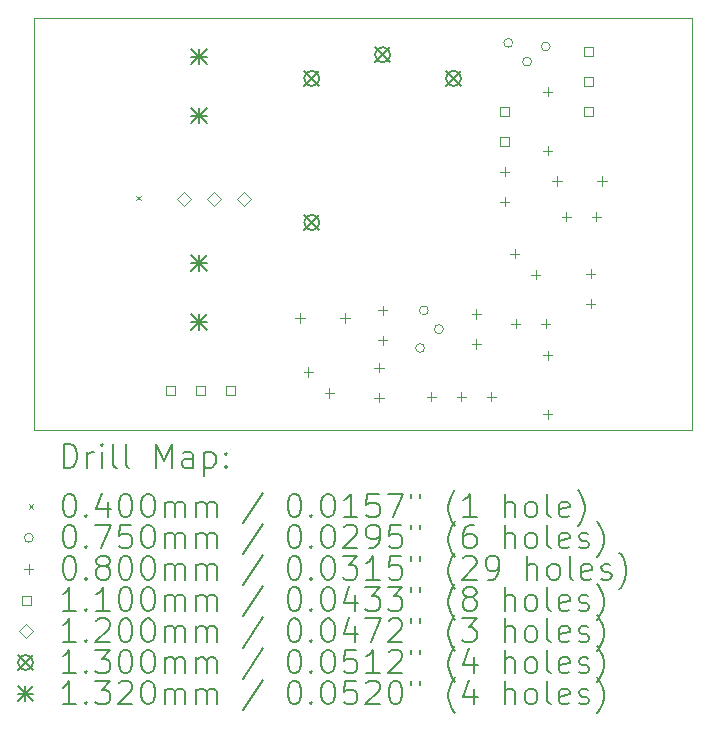
<source format=gbr>
%TF.GenerationSoftware,KiCad,Pcbnew,6.0.8+dfsg-1*%
%TF.CreationDate,2022-10-17T05:12:03+01:00*%
%TF.ProjectId,CapInrushLimBB-rounded,43617049-6e72-4757-9368-4c696d42422d,rev?*%
%TF.SameCoordinates,Original*%
%TF.FileFunction,Drillmap*%
%TF.FilePolarity,Positive*%
%FSLAX45Y45*%
G04 Gerber Fmt 4.5, Leading zero omitted, Abs format (unit mm)*
G04 Created by KiCad (PCBNEW 6.0.8+dfsg-1) date 2022-10-17 05:12:03*
%MOMM*%
%LPD*%
G01*
G04 APERTURE LIST*
%ADD10C,0.100000*%
%ADD11C,0.200000*%
%ADD12C,0.040000*%
%ADD13C,0.075000*%
%ADD14C,0.080000*%
%ADD15C,0.110000*%
%ADD16C,0.120000*%
%ADD17C,0.130000*%
%ADD18C,0.132000*%
G04 APERTURE END LIST*
D10*
X20701000Y-12541125D02*
X26273125Y-12541125D01*
X26273125Y-12541125D02*
X26273125Y-16033750D01*
X26273125Y-16033750D02*
X20701000Y-16033750D01*
X20701000Y-16033750D02*
X20701000Y-12541125D01*
D11*
D12*
X21570000Y-14045250D02*
X21610000Y-14085250D01*
X21610000Y-14045250D02*
X21570000Y-14085250D01*
D13*
X24008750Y-15335250D02*
G75*
G03*
X24008750Y-15335250I-37500J0D01*
G01*
X24040500Y-15017750D02*
G75*
G03*
X24040500Y-15017750I-37500J0D01*
G01*
X24167500Y-15176500D02*
G75*
G03*
X24167500Y-15176500I-37500J0D01*
G01*
X24755182Y-12751875D02*
G75*
G03*
X24755182Y-12751875I-37500J0D01*
G01*
X24913932Y-12910625D02*
G75*
G03*
X24913932Y-12910625I-37500J0D01*
G01*
X25072682Y-12783625D02*
G75*
G03*
X25072682Y-12783625I-37500J0D01*
G01*
D14*
X22955863Y-15041250D02*
X22955863Y-15121250D01*
X22915863Y-15081250D02*
X22995863Y-15081250D01*
X23025612Y-15499473D02*
X23025612Y-15579473D01*
X22985612Y-15539473D02*
X23065612Y-15539473D01*
X23202388Y-15676250D02*
X23202388Y-15756250D01*
X23162388Y-15716250D02*
X23242388Y-15716250D01*
X23336863Y-15041250D02*
X23336863Y-15121250D01*
X23296863Y-15081250D02*
X23376863Y-15081250D01*
X23622000Y-15463250D02*
X23622000Y-15543250D01*
X23582000Y-15503250D02*
X23662000Y-15503250D01*
X23622000Y-15717250D02*
X23622000Y-15797250D01*
X23582000Y-15757250D02*
X23662000Y-15757250D01*
X23653750Y-14977750D02*
X23653750Y-15057750D01*
X23613750Y-15017750D02*
X23693750Y-15017750D01*
X23653750Y-15231750D02*
X23653750Y-15311750D01*
X23613750Y-15271750D02*
X23693750Y-15271750D01*
X24066500Y-15708000D02*
X24066500Y-15788000D01*
X24026500Y-15748000D02*
X24106500Y-15748000D01*
X24320500Y-15708000D02*
X24320500Y-15788000D01*
X24280500Y-15748000D02*
X24360500Y-15748000D01*
X24447500Y-15009500D02*
X24447500Y-15089500D01*
X24407500Y-15049500D02*
X24487500Y-15049500D01*
X24447500Y-15263500D02*
X24447500Y-15343500D01*
X24407500Y-15303500D02*
X24487500Y-15303500D01*
X24574500Y-15708000D02*
X24574500Y-15788000D01*
X24534500Y-15748000D02*
X24614500Y-15748000D01*
X24685931Y-13803000D02*
X24685931Y-13883000D01*
X24645931Y-13843000D02*
X24725931Y-13843000D01*
X24685931Y-14057000D02*
X24685931Y-14137000D01*
X24645931Y-14097000D02*
X24725931Y-14097000D01*
X24772168Y-14497132D02*
X24772168Y-14577132D01*
X24732168Y-14537132D02*
X24812168Y-14537132D01*
X24781181Y-15088875D02*
X24781181Y-15168875D01*
X24741181Y-15128875D02*
X24821181Y-15128875D01*
X24948945Y-14673909D02*
X24948945Y-14753909D01*
X24908945Y-14713909D02*
X24988945Y-14713909D01*
X25035181Y-15088875D02*
X25035181Y-15168875D01*
X24995181Y-15128875D02*
X25075181Y-15128875D01*
X25050750Y-15358750D02*
X25050750Y-15438750D01*
X25010750Y-15398750D02*
X25090750Y-15398750D01*
X25050750Y-15858750D02*
X25050750Y-15938750D01*
X25010750Y-15898750D02*
X25090750Y-15898750D01*
X25051056Y-13124375D02*
X25051056Y-13204375D01*
X25011056Y-13164375D02*
X25091056Y-13164375D01*
X25051056Y-13624375D02*
X25051056Y-13704375D01*
X25011056Y-13664375D02*
X25091056Y-13664375D01*
X25130431Y-13882375D02*
X25130431Y-13962375D01*
X25090431Y-13922375D02*
X25170431Y-13922375D01*
X25209806Y-14184000D02*
X25209806Y-14264000D01*
X25169806Y-14224000D02*
X25249806Y-14224000D01*
X25416181Y-14666875D02*
X25416181Y-14746875D01*
X25376181Y-14706875D02*
X25456181Y-14706875D01*
X25416181Y-14920875D02*
X25416181Y-15000875D01*
X25376181Y-14960875D02*
X25456181Y-14960875D01*
X25463806Y-14184000D02*
X25463806Y-14264000D01*
X25423806Y-14224000D02*
X25503806Y-14224000D01*
X25511431Y-13882375D02*
X25511431Y-13962375D01*
X25471431Y-13922375D02*
X25551431Y-13922375D01*
D15*
X21899073Y-15732281D02*
X21899073Y-15654499D01*
X21821290Y-15654499D01*
X21821290Y-15732281D01*
X21899073Y-15732281D01*
X22153073Y-15732281D02*
X22153073Y-15654499D01*
X22075290Y-15654499D01*
X22075290Y-15732281D01*
X22153073Y-15732281D01*
X22407073Y-15732281D02*
X22407073Y-15654499D01*
X22329290Y-15654499D01*
X22329290Y-15732281D01*
X22407073Y-15732281D01*
X24724823Y-13373891D02*
X24724823Y-13296109D01*
X24647040Y-13296109D01*
X24647040Y-13373891D01*
X24724823Y-13373891D01*
X24724823Y-13627891D02*
X24724823Y-13550109D01*
X24647040Y-13550109D01*
X24647040Y-13627891D01*
X24724823Y-13627891D01*
X25438891Y-12865891D02*
X25438891Y-12788109D01*
X25361109Y-12788109D01*
X25361109Y-12865891D01*
X25438891Y-12865891D01*
X25438891Y-13119891D02*
X25438891Y-13042109D01*
X25361109Y-13042109D01*
X25361109Y-13119891D01*
X25438891Y-13119891D01*
X25438891Y-13373891D02*
X25438891Y-13296109D01*
X25361109Y-13296109D01*
X25361109Y-13373891D01*
X25438891Y-13373891D01*
D16*
X21971000Y-14131250D02*
X22031000Y-14071250D01*
X21971000Y-14011250D01*
X21911000Y-14071250D01*
X21971000Y-14131250D01*
X22225000Y-14131250D02*
X22285000Y-14071250D01*
X22225000Y-14011250D01*
X22165000Y-14071250D01*
X22225000Y-14131250D01*
X22479000Y-14131250D02*
X22539000Y-14071250D01*
X22479000Y-14011250D01*
X22419000Y-14071250D01*
X22479000Y-14131250D01*
D17*
X22989056Y-12988250D02*
X23119056Y-13118250D01*
X23119056Y-12988250D02*
X22989056Y-13118250D01*
X23119056Y-13053250D02*
G75*
G03*
X23119056Y-13053250I-65000J0D01*
G01*
X22989056Y-14208250D02*
X23119056Y-14338250D01*
X23119056Y-14208250D02*
X22989056Y-14338250D01*
X23119056Y-14273250D02*
G75*
G03*
X23119056Y-14273250I-65000J0D01*
G01*
X23589056Y-12788250D02*
X23719056Y-12918250D01*
X23719056Y-12788250D02*
X23589056Y-12918250D01*
X23719056Y-12853250D02*
G75*
G03*
X23719056Y-12853250I-65000J0D01*
G01*
X24189056Y-12988250D02*
X24319056Y-13118250D01*
X24319056Y-12988250D02*
X24189056Y-13118250D01*
X24319056Y-13053250D02*
G75*
G03*
X24319056Y-13053250I-65000J0D01*
G01*
D18*
X22032000Y-12802000D02*
X22164000Y-12934000D01*
X22164000Y-12802000D02*
X22032000Y-12934000D01*
X22098000Y-12802000D02*
X22098000Y-12934000D01*
X22032000Y-12868000D02*
X22164000Y-12868000D01*
X22032000Y-13302000D02*
X22164000Y-13434000D01*
X22164000Y-13302000D02*
X22032000Y-13434000D01*
X22098000Y-13302000D02*
X22098000Y-13434000D01*
X22032000Y-13368000D02*
X22164000Y-13368000D01*
X22032000Y-14548250D02*
X22164000Y-14680250D01*
X22164000Y-14548250D02*
X22032000Y-14680250D01*
X22098000Y-14548250D02*
X22098000Y-14680250D01*
X22032000Y-14614250D02*
X22164000Y-14614250D01*
X22032000Y-15048250D02*
X22164000Y-15180250D01*
X22164000Y-15048250D02*
X22032000Y-15180250D01*
X22098000Y-15048250D02*
X22098000Y-15180250D01*
X22032000Y-15114250D02*
X22164000Y-15114250D01*
D11*
X20953619Y-16349226D02*
X20953619Y-16149226D01*
X21001238Y-16149226D01*
X21029810Y-16158750D01*
X21048857Y-16177798D01*
X21058381Y-16196845D01*
X21067905Y-16234940D01*
X21067905Y-16263512D01*
X21058381Y-16301607D01*
X21048857Y-16320655D01*
X21029810Y-16339702D01*
X21001238Y-16349226D01*
X20953619Y-16349226D01*
X21153619Y-16349226D02*
X21153619Y-16215893D01*
X21153619Y-16253988D02*
X21163143Y-16234940D01*
X21172667Y-16225417D01*
X21191714Y-16215893D01*
X21210762Y-16215893D01*
X21277429Y-16349226D02*
X21277429Y-16215893D01*
X21277429Y-16149226D02*
X21267905Y-16158750D01*
X21277429Y-16168274D01*
X21286952Y-16158750D01*
X21277429Y-16149226D01*
X21277429Y-16168274D01*
X21401238Y-16349226D02*
X21382190Y-16339702D01*
X21372667Y-16320655D01*
X21372667Y-16149226D01*
X21506000Y-16349226D02*
X21486952Y-16339702D01*
X21477429Y-16320655D01*
X21477429Y-16149226D01*
X21734571Y-16349226D02*
X21734571Y-16149226D01*
X21801238Y-16292083D01*
X21867905Y-16149226D01*
X21867905Y-16349226D01*
X22048857Y-16349226D02*
X22048857Y-16244464D01*
X22039333Y-16225417D01*
X22020286Y-16215893D01*
X21982190Y-16215893D01*
X21963143Y-16225417D01*
X22048857Y-16339702D02*
X22029810Y-16349226D01*
X21982190Y-16349226D01*
X21963143Y-16339702D01*
X21953619Y-16320655D01*
X21953619Y-16301607D01*
X21963143Y-16282559D01*
X21982190Y-16273036D01*
X22029810Y-16273036D01*
X22048857Y-16263512D01*
X22144095Y-16215893D02*
X22144095Y-16415893D01*
X22144095Y-16225417D02*
X22163143Y-16215893D01*
X22201238Y-16215893D01*
X22220286Y-16225417D01*
X22229810Y-16234940D01*
X22239333Y-16253988D01*
X22239333Y-16311131D01*
X22229810Y-16330178D01*
X22220286Y-16339702D01*
X22201238Y-16349226D01*
X22163143Y-16349226D01*
X22144095Y-16339702D01*
X22325048Y-16330178D02*
X22334571Y-16339702D01*
X22325048Y-16349226D01*
X22315524Y-16339702D01*
X22325048Y-16330178D01*
X22325048Y-16349226D01*
X22325048Y-16225417D02*
X22334571Y-16234940D01*
X22325048Y-16244464D01*
X22315524Y-16234940D01*
X22325048Y-16225417D01*
X22325048Y-16244464D01*
D12*
X20656000Y-16658750D02*
X20696000Y-16698750D01*
X20696000Y-16658750D02*
X20656000Y-16698750D01*
D11*
X20991714Y-16569226D02*
X21010762Y-16569226D01*
X21029810Y-16578750D01*
X21039333Y-16588274D01*
X21048857Y-16607321D01*
X21058381Y-16645417D01*
X21058381Y-16693036D01*
X21048857Y-16731131D01*
X21039333Y-16750178D01*
X21029810Y-16759702D01*
X21010762Y-16769226D01*
X20991714Y-16769226D01*
X20972667Y-16759702D01*
X20963143Y-16750178D01*
X20953619Y-16731131D01*
X20944095Y-16693036D01*
X20944095Y-16645417D01*
X20953619Y-16607321D01*
X20963143Y-16588274D01*
X20972667Y-16578750D01*
X20991714Y-16569226D01*
X21144095Y-16750178D02*
X21153619Y-16759702D01*
X21144095Y-16769226D01*
X21134571Y-16759702D01*
X21144095Y-16750178D01*
X21144095Y-16769226D01*
X21325048Y-16635893D02*
X21325048Y-16769226D01*
X21277429Y-16559702D02*
X21229810Y-16702559D01*
X21353619Y-16702559D01*
X21467905Y-16569226D02*
X21486952Y-16569226D01*
X21506000Y-16578750D01*
X21515524Y-16588274D01*
X21525048Y-16607321D01*
X21534571Y-16645417D01*
X21534571Y-16693036D01*
X21525048Y-16731131D01*
X21515524Y-16750178D01*
X21506000Y-16759702D01*
X21486952Y-16769226D01*
X21467905Y-16769226D01*
X21448857Y-16759702D01*
X21439333Y-16750178D01*
X21429810Y-16731131D01*
X21420286Y-16693036D01*
X21420286Y-16645417D01*
X21429810Y-16607321D01*
X21439333Y-16588274D01*
X21448857Y-16578750D01*
X21467905Y-16569226D01*
X21658381Y-16569226D02*
X21677429Y-16569226D01*
X21696476Y-16578750D01*
X21706000Y-16588274D01*
X21715524Y-16607321D01*
X21725048Y-16645417D01*
X21725048Y-16693036D01*
X21715524Y-16731131D01*
X21706000Y-16750178D01*
X21696476Y-16759702D01*
X21677429Y-16769226D01*
X21658381Y-16769226D01*
X21639333Y-16759702D01*
X21629810Y-16750178D01*
X21620286Y-16731131D01*
X21610762Y-16693036D01*
X21610762Y-16645417D01*
X21620286Y-16607321D01*
X21629810Y-16588274D01*
X21639333Y-16578750D01*
X21658381Y-16569226D01*
X21810762Y-16769226D02*
X21810762Y-16635893D01*
X21810762Y-16654940D02*
X21820286Y-16645417D01*
X21839333Y-16635893D01*
X21867905Y-16635893D01*
X21886952Y-16645417D01*
X21896476Y-16664464D01*
X21896476Y-16769226D01*
X21896476Y-16664464D02*
X21906000Y-16645417D01*
X21925048Y-16635893D01*
X21953619Y-16635893D01*
X21972667Y-16645417D01*
X21982190Y-16664464D01*
X21982190Y-16769226D01*
X22077429Y-16769226D02*
X22077429Y-16635893D01*
X22077429Y-16654940D02*
X22086952Y-16645417D01*
X22106000Y-16635893D01*
X22134571Y-16635893D01*
X22153619Y-16645417D01*
X22163143Y-16664464D01*
X22163143Y-16769226D01*
X22163143Y-16664464D02*
X22172667Y-16645417D01*
X22191714Y-16635893D01*
X22220286Y-16635893D01*
X22239333Y-16645417D01*
X22248857Y-16664464D01*
X22248857Y-16769226D01*
X22639333Y-16559702D02*
X22467905Y-16816845D01*
X22896476Y-16569226D02*
X22915524Y-16569226D01*
X22934571Y-16578750D01*
X22944095Y-16588274D01*
X22953619Y-16607321D01*
X22963143Y-16645417D01*
X22963143Y-16693036D01*
X22953619Y-16731131D01*
X22944095Y-16750178D01*
X22934571Y-16759702D01*
X22915524Y-16769226D01*
X22896476Y-16769226D01*
X22877428Y-16759702D01*
X22867905Y-16750178D01*
X22858381Y-16731131D01*
X22848857Y-16693036D01*
X22848857Y-16645417D01*
X22858381Y-16607321D01*
X22867905Y-16588274D01*
X22877428Y-16578750D01*
X22896476Y-16569226D01*
X23048857Y-16750178D02*
X23058381Y-16759702D01*
X23048857Y-16769226D01*
X23039333Y-16759702D01*
X23048857Y-16750178D01*
X23048857Y-16769226D01*
X23182190Y-16569226D02*
X23201238Y-16569226D01*
X23220286Y-16578750D01*
X23229809Y-16588274D01*
X23239333Y-16607321D01*
X23248857Y-16645417D01*
X23248857Y-16693036D01*
X23239333Y-16731131D01*
X23229809Y-16750178D01*
X23220286Y-16759702D01*
X23201238Y-16769226D01*
X23182190Y-16769226D01*
X23163143Y-16759702D01*
X23153619Y-16750178D01*
X23144095Y-16731131D01*
X23134571Y-16693036D01*
X23134571Y-16645417D01*
X23144095Y-16607321D01*
X23153619Y-16588274D01*
X23163143Y-16578750D01*
X23182190Y-16569226D01*
X23439333Y-16769226D02*
X23325048Y-16769226D01*
X23382190Y-16769226D02*
X23382190Y-16569226D01*
X23363143Y-16597798D01*
X23344095Y-16616845D01*
X23325048Y-16626369D01*
X23620286Y-16569226D02*
X23525048Y-16569226D01*
X23515524Y-16664464D01*
X23525048Y-16654940D01*
X23544095Y-16645417D01*
X23591714Y-16645417D01*
X23610762Y-16654940D01*
X23620286Y-16664464D01*
X23629809Y-16683512D01*
X23629809Y-16731131D01*
X23620286Y-16750178D01*
X23610762Y-16759702D01*
X23591714Y-16769226D01*
X23544095Y-16769226D01*
X23525048Y-16759702D01*
X23515524Y-16750178D01*
X23696476Y-16569226D02*
X23829809Y-16569226D01*
X23744095Y-16769226D01*
X23896476Y-16569226D02*
X23896476Y-16607321D01*
X23972667Y-16569226D02*
X23972667Y-16607321D01*
X24267905Y-16845417D02*
X24258381Y-16835893D01*
X24239333Y-16807321D01*
X24229809Y-16788274D01*
X24220286Y-16759702D01*
X24210762Y-16712083D01*
X24210762Y-16673988D01*
X24220286Y-16626369D01*
X24229809Y-16597798D01*
X24239333Y-16578750D01*
X24258381Y-16550178D01*
X24267905Y-16540655D01*
X24448857Y-16769226D02*
X24334571Y-16769226D01*
X24391714Y-16769226D02*
X24391714Y-16569226D01*
X24372667Y-16597798D01*
X24353619Y-16616845D01*
X24334571Y-16626369D01*
X24686952Y-16769226D02*
X24686952Y-16569226D01*
X24772667Y-16769226D02*
X24772667Y-16664464D01*
X24763143Y-16645417D01*
X24744095Y-16635893D01*
X24715524Y-16635893D01*
X24696476Y-16645417D01*
X24686952Y-16654940D01*
X24896476Y-16769226D02*
X24877428Y-16759702D01*
X24867905Y-16750178D01*
X24858381Y-16731131D01*
X24858381Y-16673988D01*
X24867905Y-16654940D01*
X24877428Y-16645417D01*
X24896476Y-16635893D01*
X24925048Y-16635893D01*
X24944095Y-16645417D01*
X24953619Y-16654940D01*
X24963143Y-16673988D01*
X24963143Y-16731131D01*
X24953619Y-16750178D01*
X24944095Y-16759702D01*
X24925048Y-16769226D01*
X24896476Y-16769226D01*
X25077428Y-16769226D02*
X25058381Y-16759702D01*
X25048857Y-16740655D01*
X25048857Y-16569226D01*
X25229809Y-16759702D02*
X25210762Y-16769226D01*
X25172667Y-16769226D01*
X25153619Y-16759702D01*
X25144095Y-16740655D01*
X25144095Y-16664464D01*
X25153619Y-16645417D01*
X25172667Y-16635893D01*
X25210762Y-16635893D01*
X25229809Y-16645417D01*
X25239333Y-16664464D01*
X25239333Y-16683512D01*
X25144095Y-16702559D01*
X25306000Y-16845417D02*
X25315524Y-16835893D01*
X25334571Y-16807321D01*
X25344095Y-16788274D01*
X25353619Y-16759702D01*
X25363143Y-16712083D01*
X25363143Y-16673988D01*
X25353619Y-16626369D01*
X25344095Y-16597798D01*
X25334571Y-16578750D01*
X25315524Y-16550178D01*
X25306000Y-16540655D01*
D13*
X20696000Y-16942750D02*
G75*
G03*
X20696000Y-16942750I-37500J0D01*
G01*
D11*
X20991714Y-16833226D02*
X21010762Y-16833226D01*
X21029810Y-16842750D01*
X21039333Y-16852274D01*
X21048857Y-16871321D01*
X21058381Y-16909417D01*
X21058381Y-16957036D01*
X21048857Y-16995131D01*
X21039333Y-17014179D01*
X21029810Y-17023702D01*
X21010762Y-17033226D01*
X20991714Y-17033226D01*
X20972667Y-17023702D01*
X20963143Y-17014179D01*
X20953619Y-16995131D01*
X20944095Y-16957036D01*
X20944095Y-16909417D01*
X20953619Y-16871321D01*
X20963143Y-16852274D01*
X20972667Y-16842750D01*
X20991714Y-16833226D01*
X21144095Y-17014179D02*
X21153619Y-17023702D01*
X21144095Y-17033226D01*
X21134571Y-17023702D01*
X21144095Y-17014179D01*
X21144095Y-17033226D01*
X21220286Y-16833226D02*
X21353619Y-16833226D01*
X21267905Y-17033226D01*
X21525048Y-16833226D02*
X21429810Y-16833226D01*
X21420286Y-16928464D01*
X21429810Y-16918940D01*
X21448857Y-16909417D01*
X21496476Y-16909417D01*
X21515524Y-16918940D01*
X21525048Y-16928464D01*
X21534571Y-16947512D01*
X21534571Y-16995131D01*
X21525048Y-17014179D01*
X21515524Y-17023702D01*
X21496476Y-17033226D01*
X21448857Y-17033226D01*
X21429810Y-17023702D01*
X21420286Y-17014179D01*
X21658381Y-16833226D02*
X21677429Y-16833226D01*
X21696476Y-16842750D01*
X21706000Y-16852274D01*
X21715524Y-16871321D01*
X21725048Y-16909417D01*
X21725048Y-16957036D01*
X21715524Y-16995131D01*
X21706000Y-17014179D01*
X21696476Y-17023702D01*
X21677429Y-17033226D01*
X21658381Y-17033226D01*
X21639333Y-17023702D01*
X21629810Y-17014179D01*
X21620286Y-16995131D01*
X21610762Y-16957036D01*
X21610762Y-16909417D01*
X21620286Y-16871321D01*
X21629810Y-16852274D01*
X21639333Y-16842750D01*
X21658381Y-16833226D01*
X21810762Y-17033226D02*
X21810762Y-16899893D01*
X21810762Y-16918940D02*
X21820286Y-16909417D01*
X21839333Y-16899893D01*
X21867905Y-16899893D01*
X21886952Y-16909417D01*
X21896476Y-16928464D01*
X21896476Y-17033226D01*
X21896476Y-16928464D02*
X21906000Y-16909417D01*
X21925048Y-16899893D01*
X21953619Y-16899893D01*
X21972667Y-16909417D01*
X21982190Y-16928464D01*
X21982190Y-17033226D01*
X22077429Y-17033226D02*
X22077429Y-16899893D01*
X22077429Y-16918940D02*
X22086952Y-16909417D01*
X22106000Y-16899893D01*
X22134571Y-16899893D01*
X22153619Y-16909417D01*
X22163143Y-16928464D01*
X22163143Y-17033226D01*
X22163143Y-16928464D02*
X22172667Y-16909417D01*
X22191714Y-16899893D01*
X22220286Y-16899893D01*
X22239333Y-16909417D01*
X22248857Y-16928464D01*
X22248857Y-17033226D01*
X22639333Y-16823702D02*
X22467905Y-17080845D01*
X22896476Y-16833226D02*
X22915524Y-16833226D01*
X22934571Y-16842750D01*
X22944095Y-16852274D01*
X22953619Y-16871321D01*
X22963143Y-16909417D01*
X22963143Y-16957036D01*
X22953619Y-16995131D01*
X22944095Y-17014179D01*
X22934571Y-17023702D01*
X22915524Y-17033226D01*
X22896476Y-17033226D01*
X22877428Y-17023702D01*
X22867905Y-17014179D01*
X22858381Y-16995131D01*
X22848857Y-16957036D01*
X22848857Y-16909417D01*
X22858381Y-16871321D01*
X22867905Y-16852274D01*
X22877428Y-16842750D01*
X22896476Y-16833226D01*
X23048857Y-17014179D02*
X23058381Y-17023702D01*
X23048857Y-17033226D01*
X23039333Y-17023702D01*
X23048857Y-17014179D01*
X23048857Y-17033226D01*
X23182190Y-16833226D02*
X23201238Y-16833226D01*
X23220286Y-16842750D01*
X23229809Y-16852274D01*
X23239333Y-16871321D01*
X23248857Y-16909417D01*
X23248857Y-16957036D01*
X23239333Y-16995131D01*
X23229809Y-17014179D01*
X23220286Y-17023702D01*
X23201238Y-17033226D01*
X23182190Y-17033226D01*
X23163143Y-17023702D01*
X23153619Y-17014179D01*
X23144095Y-16995131D01*
X23134571Y-16957036D01*
X23134571Y-16909417D01*
X23144095Y-16871321D01*
X23153619Y-16852274D01*
X23163143Y-16842750D01*
X23182190Y-16833226D01*
X23325048Y-16852274D02*
X23334571Y-16842750D01*
X23353619Y-16833226D01*
X23401238Y-16833226D01*
X23420286Y-16842750D01*
X23429809Y-16852274D01*
X23439333Y-16871321D01*
X23439333Y-16890369D01*
X23429809Y-16918940D01*
X23315524Y-17033226D01*
X23439333Y-17033226D01*
X23534571Y-17033226D02*
X23572667Y-17033226D01*
X23591714Y-17023702D01*
X23601238Y-17014179D01*
X23620286Y-16985607D01*
X23629809Y-16947512D01*
X23629809Y-16871321D01*
X23620286Y-16852274D01*
X23610762Y-16842750D01*
X23591714Y-16833226D01*
X23553619Y-16833226D01*
X23534571Y-16842750D01*
X23525048Y-16852274D01*
X23515524Y-16871321D01*
X23515524Y-16918940D01*
X23525048Y-16937988D01*
X23534571Y-16947512D01*
X23553619Y-16957036D01*
X23591714Y-16957036D01*
X23610762Y-16947512D01*
X23620286Y-16937988D01*
X23629809Y-16918940D01*
X23810762Y-16833226D02*
X23715524Y-16833226D01*
X23706000Y-16928464D01*
X23715524Y-16918940D01*
X23734571Y-16909417D01*
X23782190Y-16909417D01*
X23801238Y-16918940D01*
X23810762Y-16928464D01*
X23820286Y-16947512D01*
X23820286Y-16995131D01*
X23810762Y-17014179D01*
X23801238Y-17023702D01*
X23782190Y-17033226D01*
X23734571Y-17033226D01*
X23715524Y-17023702D01*
X23706000Y-17014179D01*
X23896476Y-16833226D02*
X23896476Y-16871321D01*
X23972667Y-16833226D02*
X23972667Y-16871321D01*
X24267905Y-17109417D02*
X24258381Y-17099893D01*
X24239333Y-17071321D01*
X24229809Y-17052274D01*
X24220286Y-17023702D01*
X24210762Y-16976083D01*
X24210762Y-16937988D01*
X24220286Y-16890369D01*
X24229809Y-16861798D01*
X24239333Y-16842750D01*
X24258381Y-16814179D01*
X24267905Y-16804655D01*
X24429809Y-16833226D02*
X24391714Y-16833226D01*
X24372667Y-16842750D01*
X24363143Y-16852274D01*
X24344095Y-16880845D01*
X24334571Y-16918940D01*
X24334571Y-16995131D01*
X24344095Y-17014179D01*
X24353619Y-17023702D01*
X24372667Y-17033226D01*
X24410762Y-17033226D01*
X24429809Y-17023702D01*
X24439333Y-17014179D01*
X24448857Y-16995131D01*
X24448857Y-16947512D01*
X24439333Y-16928464D01*
X24429809Y-16918940D01*
X24410762Y-16909417D01*
X24372667Y-16909417D01*
X24353619Y-16918940D01*
X24344095Y-16928464D01*
X24334571Y-16947512D01*
X24686952Y-17033226D02*
X24686952Y-16833226D01*
X24772667Y-17033226D02*
X24772667Y-16928464D01*
X24763143Y-16909417D01*
X24744095Y-16899893D01*
X24715524Y-16899893D01*
X24696476Y-16909417D01*
X24686952Y-16918940D01*
X24896476Y-17033226D02*
X24877428Y-17023702D01*
X24867905Y-17014179D01*
X24858381Y-16995131D01*
X24858381Y-16937988D01*
X24867905Y-16918940D01*
X24877428Y-16909417D01*
X24896476Y-16899893D01*
X24925048Y-16899893D01*
X24944095Y-16909417D01*
X24953619Y-16918940D01*
X24963143Y-16937988D01*
X24963143Y-16995131D01*
X24953619Y-17014179D01*
X24944095Y-17023702D01*
X24925048Y-17033226D01*
X24896476Y-17033226D01*
X25077428Y-17033226D02*
X25058381Y-17023702D01*
X25048857Y-17004655D01*
X25048857Y-16833226D01*
X25229809Y-17023702D02*
X25210762Y-17033226D01*
X25172667Y-17033226D01*
X25153619Y-17023702D01*
X25144095Y-17004655D01*
X25144095Y-16928464D01*
X25153619Y-16909417D01*
X25172667Y-16899893D01*
X25210762Y-16899893D01*
X25229809Y-16909417D01*
X25239333Y-16928464D01*
X25239333Y-16947512D01*
X25144095Y-16966560D01*
X25315524Y-17023702D02*
X25334571Y-17033226D01*
X25372667Y-17033226D01*
X25391714Y-17023702D01*
X25401238Y-17004655D01*
X25401238Y-16995131D01*
X25391714Y-16976083D01*
X25372667Y-16966560D01*
X25344095Y-16966560D01*
X25325048Y-16957036D01*
X25315524Y-16937988D01*
X25315524Y-16928464D01*
X25325048Y-16909417D01*
X25344095Y-16899893D01*
X25372667Y-16899893D01*
X25391714Y-16909417D01*
X25467905Y-17109417D02*
X25477428Y-17099893D01*
X25496476Y-17071321D01*
X25506000Y-17052274D01*
X25515524Y-17023702D01*
X25525048Y-16976083D01*
X25525048Y-16937988D01*
X25515524Y-16890369D01*
X25506000Y-16861798D01*
X25496476Y-16842750D01*
X25477428Y-16814179D01*
X25467905Y-16804655D01*
D14*
X20656000Y-17166750D02*
X20656000Y-17246750D01*
X20616000Y-17206750D02*
X20696000Y-17206750D01*
D11*
X20991714Y-17097226D02*
X21010762Y-17097226D01*
X21029810Y-17106750D01*
X21039333Y-17116274D01*
X21048857Y-17135321D01*
X21058381Y-17173417D01*
X21058381Y-17221036D01*
X21048857Y-17259131D01*
X21039333Y-17278179D01*
X21029810Y-17287702D01*
X21010762Y-17297226D01*
X20991714Y-17297226D01*
X20972667Y-17287702D01*
X20963143Y-17278179D01*
X20953619Y-17259131D01*
X20944095Y-17221036D01*
X20944095Y-17173417D01*
X20953619Y-17135321D01*
X20963143Y-17116274D01*
X20972667Y-17106750D01*
X20991714Y-17097226D01*
X21144095Y-17278179D02*
X21153619Y-17287702D01*
X21144095Y-17297226D01*
X21134571Y-17287702D01*
X21144095Y-17278179D01*
X21144095Y-17297226D01*
X21267905Y-17182940D02*
X21248857Y-17173417D01*
X21239333Y-17163893D01*
X21229810Y-17144845D01*
X21229810Y-17135321D01*
X21239333Y-17116274D01*
X21248857Y-17106750D01*
X21267905Y-17097226D01*
X21306000Y-17097226D01*
X21325048Y-17106750D01*
X21334571Y-17116274D01*
X21344095Y-17135321D01*
X21344095Y-17144845D01*
X21334571Y-17163893D01*
X21325048Y-17173417D01*
X21306000Y-17182940D01*
X21267905Y-17182940D01*
X21248857Y-17192464D01*
X21239333Y-17201988D01*
X21229810Y-17221036D01*
X21229810Y-17259131D01*
X21239333Y-17278179D01*
X21248857Y-17287702D01*
X21267905Y-17297226D01*
X21306000Y-17297226D01*
X21325048Y-17287702D01*
X21334571Y-17278179D01*
X21344095Y-17259131D01*
X21344095Y-17221036D01*
X21334571Y-17201988D01*
X21325048Y-17192464D01*
X21306000Y-17182940D01*
X21467905Y-17097226D02*
X21486952Y-17097226D01*
X21506000Y-17106750D01*
X21515524Y-17116274D01*
X21525048Y-17135321D01*
X21534571Y-17173417D01*
X21534571Y-17221036D01*
X21525048Y-17259131D01*
X21515524Y-17278179D01*
X21506000Y-17287702D01*
X21486952Y-17297226D01*
X21467905Y-17297226D01*
X21448857Y-17287702D01*
X21439333Y-17278179D01*
X21429810Y-17259131D01*
X21420286Y-17221036D01*
X21420286Y-17173417D01*
X21429810Y-17135321D01*
X21439333Y-17116274D01*
X21448857Y-17106750D01*
X21467905Y-17097226D01*
X21658381Y-17097226D02*
X21677429Y-17097226D01*
X21696476Y-17106750D01*
X21706000Y-17116274D01*
X21715524Y-17135321D01*
X21725048Y-17173417D01*
X21725048Y-17221036D01*
X21715524Y-17259131D01*
X21706000Y-17278179D01*
X21696476Y-17287702D01*
X21677429Y-17297226D01*
X21658381Y-17297226D01*
X21639333Y-17287702D01*
X21629810Y-17278179D01*
X21620286Y-17259131D01*
X21610762Y-17221036D01*
X21610762Y-17173417D01*
X21620286Y-17135321D01*
X21629810Y-17116274D01*
X21639333Y-17106750D01*
X21658381Y-17097226D01*
X21810762Y-17297226D02*
X21810762Y-17163893D01*
X21810762Y-17182940D02*
X21820286Y-17173417D01*
X21839333Y-17163893D01*
X21867905Y-17163893D01*
X21886952Y-17173417D01*
X21896476Y-17192464D01*
X21896476Y-17297226D01*
X21896476Y-17192464D02*
X21906000Y-17173417D01*
X21925048Y-17163893D01*
X21953619Y-17163893D01*
X21972667Y-17173417D01*
X21982190Y-17192464D01*
X21982190Y-17297226D01*
X22077429Y-17297226D02*
X22077429Y-17163893D01*
X22077429Y-17182940D02*
X22086952Y-17173417D01*
X22106000Y-17163893D01*
X22134571Y-17163893D01*
X22153619Y-17173417D01*
X22163143Y-17192464D01*
X22163143Y-17297226D01*
X22163143Y-17192464D02*
X22172667Y-17173417D01*
X22191714Y-17163893D01*
X22220286Y-17163893D01*
X22239333Y-17173417D01*
X22248857Y-17192464D01*
X22248857Y-17297226D01*
X22639333Y-17087702D02*
X22467905Y-17344845D01*
X22896476Y-17097226D02*
X22915524Y-17097226D01*
X22934571Y-17106750D01*
X22944095Y-17116274D01*
X22953619Y-17135321D01*
X22963143Y-17173417D01*
X22963143Y-17221036D01*
X22953619Y-17259131D01*
X22944095Y-17278179D01*
X22934571Y-17287702D01*
X22915524Y-17297226D01*
X22896476Y-17297226D01*
X22877428Y-17287702D01*
X22867905Y-17278179D01*
X22858381Y-17259131D01*
X22848857Y-17221036D01*
X22848857Y-17173417D01*
X22858381Y-17135321D01*
X22867905Y-17116274D01*
X22877428Y-17106750D01*
X22896476Y-17097226D01*
X23048857Y-17278179D02*
X23058381Y-17287702D01*
X23048857Y-17297226D01*
X23039333Y-17287702D01*
X23048857Y-17278179D01*
X23048857Y-17297226D01*
X23182190Y-17097226D02*
X23201238Y-17097226D01*
X23220286Y-17106750D01*
X23229809Y-17116274D01*
X23239333Y-17135321D01*
X23248857Y-17173417D01*
X23248857Y-17221036D01*
X23239333Y-17259131D01*
X23229809Y-17278179D01*
X23220286Y-17287702D01*
X23201238Y-17297226D01*
X23182190Y-17297226D01*
X23163143Y-17287702D01*
X23153619Y-17278179D01*
X23144095Y-17259131D01*
X23134571Y-17221036D01*
X23134571Y-17173417D01*
X23144095Y-17135321D01*
X23153619Y-17116274D01*
X23163143Y-17106750D01*
X23182190Y-17097226D01*
X23315524Y-17097226D02*
X23439333Y-17097226D01*
X23372667Y-17173417D01*
X23401238Y-17173417D01*
X23420286Y-17182940D01*
X23429809Y-17192464D01*
X23439333Y-17211512D01*
X23439333Y-17259131D01*
X23429809Y-17278179D01*
X23420286Y-17287702D01*
X23401238Y-17297226D01*
X23344095Y-17297226D01*
X23325048Y-17287702D01*
X23315524Y-17278179D01*
X23629809Y-17297226D02*
X23515524Y-17297226D01*
X23572667Y-17297226D02*
X23572667Y-17097226D01*
X23553619Y-17125798D01*
X23534571Y-17144845D01*
X23515524Y-17154369D01*
X23810762Y-17097226D02*
X23715524Y-17097226D01*
X23706000Y-17192464D01*
X23715524Y-17182940D01*
X23734571Y-17173417D01*
X23782190Y-17173417D01*
X23801238Y-17182940D01*
X23810762Y-17192464D01*
X23820286Y-17211512D01*
X23820286Y-17259131D01*
X23810762Y-17278179D01*
X23801238Y-17287702D01*
X23782190Y-17297226D01*
X23734571Y-17297226D01*
X23715524Y-17287702D01*
X23706000Y-17278179D01*
X23896476Y-17097226D02*
X23896476Y-17135321D01*
X23972667Y-17097226D02*
X23972667Y-17135321D01*
X24267905Y-17373417D02*
X24258381Y-17363893D01*
X24239333Y-17335321D01*
X24229809Y-17316274D01*
X24220286Y-17287702D01*
X24210762Y-17240083D01*
X24210762Y-17201988D01*
X24220286Y-17154369D01*
X24229809Y-17125798D01*
X24239333Y-17106750D01*
X24258381Y-17078179D01*
X24267905Y-17068655D01*
X24334571Y-17116274D02*
X24344095Y-17106750D01*
X24363143Y-17097226D01*
X24410762Y-17097226D01*
X24429809Y-17106750D01*
X24439333Y-17116274D01*
X24448857Y-17135321D01*
X24448857Y-17154369D01*
X24439333Y-17182940D01*
X24325048Y-17297226D01*
X24448857Y-17297226D01*
X24544095Y-17297226D02*
X24582190Y-17297226D01*
X24601238Y-17287702D01*
X24610762Y-17278179D01*
X24629809Y-17249607D01*
X24639333Y-17211512D01*
X24639333Y-17135321D01*
X24629809Y-17116274D01*
X24620286Y-17106750D01*
X24601238Y-17097226D01*
X24563143Y-17097226D01*
X24544095Y-17106750D01*
X24534571Y-17116274D01*
X24525048Y-17135321D01*
X24525048Y-17182940D01*
X24534571Y-17201988D01*
X24544095Y-17211512D01*
X24563143Y-17221036D01*
X24601238Y-17221036D01*
X24620286Y-17211512D01*
X24629809Y-17201988D01*
X24639333Y-17182940D01*
X24877428Y-17297226D02*
X24877428Y-17097226D01*
X24963143Y-17297226D02*
X24963143Y-17192464D01*
X24953619Y-17173417D01*
X24934571Y-17163893D01*
X24906000Y-17163893D01*
X24886952Y-17173417D01*
X24877428Y-17182940D01*
X25086952Y-17297226D02*
X25067905Y-17287702D01*
X25058381Y-17278179D01*
X25048857Y-17259131D01*
X25048857Y-17201988D01*
X25058381Y-17182940D01*
X25067905Y-17173417D01*
X25086952Y-17163893D01*
X25115524Y-17163893D01*
X25134571Y-17173417D01*
X25144095Y-17182940D01*
X25153619Y-17201988D01*
X25153619Y-17259131D01*
X25144095Y-17278179D01*
X25134571Y-17287702D01*
X25115524Y-17297226D01*
X25086952Y-17297226D01*
X25267905Y-17297226D02*
X25248857Y-17287702D01*
X25239333Y-17268655D01*
X25239333Y-17097226D01*
X25420286Y-17287702D02*
X25401238Y-17297226D01*
X25363143Y-17297226D01*
X25344095Y-17287702D01*
X25334571Y-17268655D01*
X25334571Y-17192464D01*
X25344095Y-17173417D01*
X25363143Y-17163893D01*
X25401238Y-17163893D01*
X25420286Y-17173417D01*
X25429809Y-17192464D01*
X25429809Y-17211512D01*
X25334571Y-17230560D01*
X25506000Y-17287702D02*
X25525048Y-17297226D01*
X25563143Y-17297226D01*
X25582190Y-17287702D01*
X25591714Y-17268655D01*
X25591714Y-17259131D01*
X25582190Y-17240083D01*
X25563143Y-17230560D01*
X25534571Y-17230560D01*
X25515524Y-17221036D01*
X25506000Y-17201988D01*
X25506000Y-17192464D01*
X25515524Y-17173417D01*
X25534571Y-17163893D01*
X25563143Y-17163893D01*
X25582190Y-17173417D01*
X25658381Y-17373417D02*
X25667905Y-17363893D01*
X25686952Y-17335321D01*
X25696476Y-17316274D01*
X25706000Y-17287702D01*
X25715524Y-17240083D01*
X25715524Y-17201988D01*
X25706000Y-17154369D01*
X25696476Y-17125798D01*
X25686952Y-17106750D01*
X25667905Y-17078179D01*
X25658381Y-17068655D01*
D15*
X20679891Y-17509641D02*
X20679891Y-17431859D01*
X20602109Y-17431859D01*
X20602109Y-17509641D01*
X20679891Y-17509641D01*
D11*
X21058381Y-17561226D02*
X20944095Y-17561226D01*
X21001238Y-17561226D02*
X21001238Y-17361226D01*
X20982190Y-17389798D01*
X20963143Y-17408845D01*
X20944095Y-17418369D01*
X21144095Y-17542179D02*
X21153619Y-17551702D01*
X21144095Y-17561226D01*
X21134571Y-17551702D01*
X21144095Y-17542179D01*
X21144095Y-17561226D01*
X21344095Y-17561226D02*
X21229810Y-17561226D01*
X21286952Y-17561226D02*
X21286952Y-17361226D01*
X21267905Y-17389798D01*
X21248857Y-17408845D01*
X21229810Y-17418369D01*
X21467905Y-17361226D02*
X21486952Y-17361226D01*
X21506000Y-17370750D01*
X21515524Y-17380274D01*
X21525048Y-17399321D01*
X21534571Y-17437417D01*
X21534571Y-17485036D01*
X21525048Y-17523131D01*
X21515524Y-17542179D01*
X21506000Y-17551702D01*
X21486952Y-17561226D01*
X21467905Y-17561226D01*
X21448857Y-17551702D01*
X21439333Y-17542179D01*
X21429810Y-17523131D01*
X21420286Y-17485036D01*
X21420286Y-17437417D01*
X21429810Y-17399321D01*
X21439333Y-17380274D01*
X21448857Y-17370750D01*
X21467905Y-17361226D01*
X21658381Y-17361226D02*
X21677429Y-17361226D01*
X21696476Y-17370750D01*
X21706000Y-17380274D01*
X21715524Y-17399321D01*
X21725048Y-17437417D01*
X21725048Y-17485036D01*
X21715524Y-17523131D01*
X21706000Y-17542179D01*
X21696476Y-17551702D01*
X21677429Y-17561226D01*
X21658381Y-17561226D01*
X21639333Y-17551702D01*
X21629810Y-17542179D01*
X21620286Y-17523131D01*
X21610762Y-17485036D01*
X21610762Y-17437417D01*
X21620286Y-17399321D01*
X21629810Y-17380274D01*
X21639333Y-17370750D01*
X21658381Y-17361226D01*
X21810762Y-17561226D02*
X21810762Y-17427893D01*
X21810762Y-17446940D02*
X21820286Y-17437417D01*
X21839333Y-17427893D01*
X21867905Y-17427893D01*
X21886952Y-17437417D01*
X21896476Y-17456464D01*
X21896476Y-17561226D01*
X21896476Y-17456464D02*
X21906000Y-17437417D01*
X21925048Y-17427893D01*
X21953619Y-17427893D01*
X21972667Y-17437417D01*
X21982190Y-17456464D01*
X21982190Y-17561226D01*
X22077429Y-17561226D02*
X22077429Y-17427893D01*
X22077429Y-17446940D02*
X22086952Y-17437417D01*
X22106000Y-17427893D01*
X22134571Y-17427893D01*
X22153619Y-17437417D01*
X22163143Y-17456464D01*
X22163143Y-17561226D01*
X22163143Y-17456464D02*
X22172667Y-17437417D01*
X22191714Y-17427893D01*
X22220286Y-17427893D01*
X22239333Y-17437417D01*
X22248857Y-17456464D01*
X22248857Y-17561226D01*
X22639333Y-17351702D02*
X22467905Y-17608845D01*
X22896476Y-17361226D02*
X22915524Y-17361226D01*
X22934571Y-17370750D01*
X22944095Y-17380274D01*
X22953619Y-17399321D01*
X22963143Y-17437417D01*
X22963143Y-17485036D01*
X22953619Y-17523131D01*
X22944095Y-17542179D01*
X22934571Y-17551702D01*
X22915524Y-17561226D01*
X22896476Y-17561226D01*
X22877428Y-17551702D01*
X22867905Y-17542179D01*
X22858381Y-17523131D01*
X22848857Y-17485036D01*
X22848857Y-17437417D01*
X22858381Y-17399321D01*
X22867905Y-17380274D01*
X22877428Y-17370750D01*
X22896476Y-17361226D01*
X23048857Y-17542179D02*
X23058381Y-17551702D01*
X23048857Y-17561226D01*
X23039333Y-17551702D01*
X23048857Y-17542179D01*
X23048857Y-17561226D01*
X23182190Y-17361226D02*
X23201238Y-17361226D01*
X23220286Y-17370750D01*
X23229809Y-17380274D01*
X23239333Y-17399321D01*
X23248857Y-17437417D01*
X23248857Y-17485036D01*
X23239333Y-17523131D01*
X23229809Y-17542179D01*
X23220286Y-17551702D01*
X23201238Y-17561226D01*
X23182190Y-17561226D01*
X23163143Y-17551702D01*
X23153619Y-17542179D01*
X23144095Y-17523131D01*
X23134571Y-17485036D01*
X23134571Y-17437417D01*
X23144095Y-17399321D01*
X23153619Y-17380274D01*
X23163143Y-17370750D01*
X23182190Y-17361226D01*
X23420286Y-17427893D02*
X23420286Y-17561226D01*
X23372667Y-17351702D02*
X23325048Y-17494560D01*
X23448857Y-17494560D01*
X23506000Y-17361226D02*
X23629809Y-17361226D01*
X23563143Y-17437417D01*
X23591714Y-17437417D01*
X23610762Y-17446940D01*
X23620286Y-17456464D01*
X23629809Y-17475512D01*
X23629809Y-17523131D01*
X23620286Y-17542179D01*
X23610762Y-17551702D01*
X23591714Y-17561226D01*
X23534571Y-17561226D01*
X23515524Y-17551702D01*
X23506000Y-17542179D01*
X23696476Y-17361226D02*
X23820286Y-17361226D01*
X23753619Y-17437417D01*
X23782190Y-17437417D01*
X23801238Y-17446940D01*
X23810762Y-17456464D01*
X23820286Y-17475512D01*
X23820286Y-17523131D01*
X23810762Y-17542179D01*
X23801238Y-17551702D01*
X23782190Y-17561226D01*
X23725048Y-17561226D01*
X23706000Y-17551702D01*
X23696476Y-17542179D01*
X23896476Y-17361226D02*
X23896476Y-17399321D01*
X23972667Y-17361226D02*
X23972667Y-17399321D01*
X24267905Y-17637417D02*
X24258381Y-17627893D01*
X24239333Y-17599321D01*
X24229809Y-17580274D01*
X24220286Y-17551702D01*
X24210762Y-17504083D01*
X24210762Y-17465988D01*
X24220286Y-17418369D01*
X24229809Y-17389798D01*
X24239333Y-17370750D01*
X24258381Y-17342179D01*
X24267905Y-17332655D01*
X24372667Y-17446940D02*
X24353619Y-17437417D01*
X24344095Y-17427893D01*
X24334571Y-17408845D01*
X24334571Y-17399321D01*
X24344095Y-17380274D01*
X24353619Y-17370750D01*
X24372667Y-17361226D01*
X24410762Y-17361226D01*
X24429809Y-17370750D01*
X24439333Y-17380274D01*
X24448857Y-17399321D01*
X24448857Y-17408845D01*
X24439333Y-17427893D01*
X24429809Y-17437417D01*
X24410762Y-17446940D01*
X24372667Y-17446940D01*
X24353619Y-17456464D01*
X24344095Y-17465988D01*
X24334571Y-17485036D01*
X24334571Y-17523131D01*
X24344095Y-17542179D01*
X24353619Y-17551702D01*
X24372667Y-17561226D01*
X24410762Y-17561226D01*
X24429809Y-17551702D01*
X24439333Y-17542179D01*
X24448857Y-17523131D01*
X24448857Y-17485036D01*
X24439333Y-17465988D01*
X24429809Y-17456464D01*
X24410762Y-17446940D01*
X24686952Y-17561226D02*
X24686952Y-17361226D01*
X24772667Y-17561226D02*
X24772667Y-17456464D01*
X24763143Y-17437417D01*
X24744095Y-17427893D01*
X24715524Y-17427893D01*
X24696476Y-17437417D01*
X24686952Y-17446940D01*
X24896476Y-17561226D02*
X24877428Y-17551702D01*
X24867905Y-17542179D01*
X24858381Y-17523131D01*
X24858381Y-17465988D01*
X24867905Y-17446940D01*
X24877428Y-17437417D01*
X24896476Y-17427893D01*
X24925048Y-17427893D01*
X24944095Y-17437417D01*
X24953619Y-17446940D01*
X24963143Y-17465988D01*
X24963143Y-17523131D01*
X24953619Y-17542179D01*
X24944095Y-17551702D01*
X24925048Y-17561226D01*
X24896476Y-17561226D01*
X25077428Y-17561226D02*
X25058381Y-17551702D01*
X25048857Y-17532655D01*
X25048857Y-17361226D01*
X25229809Y-17551702D02*
X25210762Y-17561226D01*
X25172667Y-17561226D01*
X25153619Y-17551702D01*
X25144095Y-17532655D01*
X25144095Y-17456464D01*
X25153619Y-17437417D01*
X25172667Y-17427893D01*
X25210762Y-17427893D01*
X25229809Y-17437417D01*
X25239333Y-17456464D01*
X25239333Y-17475512D01*
X25144095Y-17494560D01*
X25315524Y-17551702D02*
X25334571Y-17561226D01*
X25372667Y-17561226D01*
X25391714Y-17551702D01*
X25401238Y-17532655D01*
X25401238Y-17523131D01*
X25391714Y-17504083D01*
X25372667Y-17494560D01*
X25344095Y-17494560D01*
X25325048Y-17485036D01*
X25315524Y-17465988D01*
X25315524Y-17456464D01*
X25325048Y-17437417D01*
X25344095Y-17427893D01*
X25372667Y-17427893D01*
X25391714Y-17437417D01*
X25467905Y-17637417D02*
X25477428Y-17627893D01*
X25496476Y-17599321D01*
X25506000Y-17580274D01*
X25515524Y-17551702D01*
X25525048Y-17504083D01*
X25525048Y-17465988D01*
X25515524Y-17418369D01*
X25506000Y-17389798D01*
X25496476Y-17370750D01*
X25477428Y-17342179D01*
X25467905Y-17332655D01*
D16*
X20636000Y-17794750D02*
X20696000Y-17734750D01*
X20636000Y-17674750D01*
X20576000Y-17734750D01*
X20636000Y-17794750D01*
D11*
X21058381Y-17825226D02*
X20944095Y-17825226D01*
X21001238Y-17825226D02*
X21001238Y-17625226D01*
X20982190Y-17653798D01*
X20963143Y-17672845D01*
X20944095Y-17682369D01*
X21144095Y-17806179D02*
X21153619Y-17815702D01*
X21144095Y-17825226D01*
X21134571Y-17815702D01*
X21144095Y-17806179D01*
X21144095Y-17825226D01*
X21229810Y-17644274D02*
X21239333Y-17634750D01*
X21258381Y-17625226D01*
X21306000Y-17625226D01*
X21325048Y-17634750D01*
X21334571Y-17644274D01*
X21344095Y-17663321D01*
X21344095Y-17682369D01*
X21334571Y-17710940D01*
X21220286Y-17825226D01*
X21344095Y-17825226D01*
X21467905Y-17625226D02*
X21486952Y-17625226D01*
X21506000Y-17634750D01*
X21515524Y-17644274D01*
X21525048Y-17663321D01*
X21534571Y-17701417D01*
X21534571Y-17749036D01*
X21525048Y-17787131D01*
X21515524Y-17806179D01*
X21506000Y-17815702D01*
X21486952Y-17825226D01*
X21467905Y-17825226D01*
X21448857Y-17815702D01*
X21439333Y-17806179D01*
X21429810Y-17787131D01*
X21420286Y-17749036D01*
X21420286Y-17701417D01*
X21429810Y-17663321D01*
X21439333Y-17644274D01*
X21448857Y-17634750D01*
X21467905Y-17625226D01*
X21658381Y-17625226D02*
X21677429Y-17625226D01*
X21696476Y-17634750D01*
X21706000Y-17644274D01*
X21715524Y-17663321D01*
X21725048Y-17701417D01*
X21725048Y-17749036D01*
X21715524Y-17787131D01*
X21706000Y-17806179D01*
X21696476Y-17815702D01*
X21677429Y-17825226D01*
X21658381Y-17825226D01*
X21639333Y-17815702D01*
X21629810Y-17806179D01*
X21620286Y-17787131D01*
X21610762Y-17749036D01*
X21610762Y-17701417D01*
X21620286Y-17663321D01*
X21629810Y-17644274D01*
X21639333Y-17634750D01*
X21658381Y-17625226D01*
X21810762Y-17825226D02*
X21810762Y-17691893D01*
X21810762Y-17710940D02*
X21820286Y-17701417D01*
X21839333Y-17691893D01*
X21867905Y-17691893D01*
X21886952Y-17701417D01*
X21896476Y-17720464D01*
X21896476Y-17825226D01*
X21896476Y-17720464D02*
X21906000Y-17701417D01*
X21925048Y-17691893D01*
X21953619Y-17691893D01*
X21972667Y-17701417D01*
X21982190Y-17720464D01*
X21982190Y-17825226D01*
X22077429Y-17825226D02*
X22077429Y-17691893D01*
X22077429Y-17710940D02*
X22086952Y-17701417D01*
X22106000Y-17691893D01*
X22134571Y-17691893D01*
X22153619Y-17701417D01*
X22163143Y-17720464D01*
X22163143Y-17825226D01*
X22163143Y-17720464D02*
X22172667Y-17701417D01*
X22191714Y-17691893D01*
X22220286Y-17691893D01*
X22239333Y-17701417D01*
X22248857Y-17720464D01*
X22248857Y-17825226D01*
X22639333Y-17615702D02*
X22467905Y-17872845D01*
X22896476Y-17625226D02*
X22915524Y-17625226D01*
X22934571Y-17634750D01*
X22944095Y-17644274D01*
X22953619Y-17663321D01*
X22963143Y-17701417D01*
X22963143Y-17749036D01*
X22953619Y-17787131D01*
X22944095Y-17806179D01*
X22934571Y-17815702D01*
X22915524Y-17825226D01*
X22896476Y-17825226D01*
X22877428Y-17815702D01*
X22867905Y-17806179D01*
X22858381Y-17787131D01*
X22848857Y-17749036D01*
X22848857Y-17701417D01*
X22858381Y-17663321D01*
X22867905Y-17644274D01*
X22877428Y-17634750D01*
X22896476Y-17625226D01*
X23048857Y-17806179D02*
X23058381Y-17815702D01*
X23048857Y-17825226D01*
X23039333Y-17815702D01*
X23048857Y-17806179D01*
X23048857Y-17825226D01*
X23182190Y-17625226D02*
X23201238Y-17625226D01*
X23220286Y-17634750D01*
X23229809Y-17644274D01*
X23239333Y-17663321D01*
X23248857Y-17701417D01*
X23248857Y-17749036D01*
X23239333Y-17787131D01*
X23229809Y-17806179D01*
X23220286Y-17815702D01*
X23201238Y-17825226D01*
X23182190Y-17825226D01*
X23163143Y-17815702D01*
X23153619Y-17806179D01*
X23144095Y-17787131D01*
X23134571Y-17749036D01*
X23134571Y-17701417D01*
X23144095Y-17663321D01*
X23153619Y-17644274D01*
X23163143Y-17634750D01*
X23182190Y-17625226D01*
X23420286Y-17691893D02*
X23420286Y-17825226D01*
X23372667Y-17615702D02*
X23325048Y-17758560D01*
X23448857Y-17758560D01*
X23506000Y-17625226D02*
X23639333Y-17625226D01*
X23553619Y-17825226D01*
X23706000Y-17644274D02*
X23715524Y-17634750D01*
X23734571Y-17625226D01*
X23782190Y-17625226D01*
X23801238Y-17634750D01*
X23810762Y-17644274D01*
X23820286Y-17663321D01*
X23820286Y-17682369D01*
X23810762Y-17710940D01*
X23696476Y-17825226D01*
X23820286Y-17825226D01*
X23896476Y-17625226D02*
X23896476Y-17663321D01*
X23972667Y-17625226D02*
X23972667Y-17663321D01*
X24267905Y-17901417D02*
X24258381Y-17891893D01*
X24239333Y-17863321D01*
X24229809Y-17844274D01*
X24220286Y-17815702D01*
X24210762Y-17768083D01*
X24210762Y-17729988D01*
X24220286Y-17682369D01*
X24229809Y-17653798D01*
X24239333Y-17634750D01*
X24258381Y-17606179D01*
X24267905Y-17596655D01*
X24325048Y-17625226D02*
X24448857Y-17625226D01*
X24382190Y-17701417D01*
X24410762Y-17701417D01*
X24429809Y-17710940D01*
X24439333Y-17720464D01*
X24448857Y-17739512D01*
X24448857Y-17787131D01*
X24439333Y-17806179D01*
X24429809Y-17815702D01*
X24410762Y-17825226D01*
X24353619Y-17825226D01*
X24334571Y-17815702D01*
X24325048Y-17806179D01*
X24686952Y-17825226D02*
X24686952Y-17625226D01*
X24772667Y-17825226D02*
X24772667Y-17720464D01*
X24763143Y-17701417D01*
X24744095Y-17691893D01*
X24715524Y-17691893D01*
X24696476Y-17701417D01*
X24686952Y-17710940D01*
X24896476Y-17825226D02*
X24877428Y-17815702D01*
X24867905Y-17806179D01*
X24858381Y-17787131D01*
X24858381Y-17729988D01*
X24867905Y-17710940D01*
X24877428Y-17701417D01*
X24896476Y-17691893D01*
X24925048Y-17691893D01*
X24944095Y-17701417D01*
X24953619Y-17710940D01*
X24963143Y-17729988D01*
X24963143Y-17787131D01*
X24953619Y-17806179D01*
X24944095Y-17815702D01*
X24925048Y-17825226D01*
X24896476Y-17825226D01*
X25077428Y-17825226D02*
X25058381Y-17815702D01*
X25048857Y-17796655D01*
X25048857Y-17625226D01*
X25229809Y-17815702D02*
X25210762Y-17825226D01*
X25172667Y-17825226D01*
X25153619Y-17815702D01*
X25144095Y-17796655D01*
X25144095Y-17720464D01*
X25153619Y-17701417D01*
X25172667Y-17691893D01*
X25210762Y-17691893D01*
X25229809Y-17701417D01*
X25239333Y-17720464D01*
X25239333Y-17739512D01*
X25144095Y-17758560D01*
X25315524Y-17815702D02*
X25334571Y-17825226D01*
X25372667Y-17825226D01*
X25391714Y-17815702D01*
X25401238Y-17796655D01*
X25401238Y-17787131D01*
X25391714Y-17768083D01*
X25372667Y-17758560D01*
X25344095Y-17758560D01*
X25325048Y-17749036D01*
X25315524Y-17729988D01*
X25315524Y-17720464D01*
X25325048Y-17701417D01*
X25344095Y-17691893D01*
X25372667Y-17691893D01*
X25391714Y-17701417D01*
X25467905Y-17901417D02*
X25477428Y-17891893D01*
X25496476Y-17863321D01*
X25506000Y-17844274D01*
X25515524Y-17815702D01*
X25525048Y-17768083D01*
X25525048Y-17729988D01*
X25515524Y-17682369D01*
X25506000Y-17653798D01*
X25496476Y-17634750D01*
X25477428Y-17606179D01*
X25467905Y-17596655D01*
D17*
X20566000Y-17933750D02*
X20696000Y-18063750D01*
X20696000Y-17933750D02*
X20566000Y-18063750D01*
X20696000Y-17998750D02*
G75*
G03*
X20696000Y-17998750I-65000J0D01*
G01*
D11*
X21058381Y-18089226D02*
X20944095Y-18089226D01*
X21001238Y-18089226D02*
X21001238Y-17889226D01*
X20982190Y-17917798D01*
X20963143Y-17936845D01*
X20944095Y-17946369D01*
X21144095Y-18070179D02*
X21153619Y-18079702D01*
X21144095Y-18089226D01*
X21134571Y-18079702D01*
X21144095Y-18070179D01*
X21144095Y-18089226D01*
X21220286Y-17889226D02*
X21344095Y-17889226D01*
X21277429Y-17965417D01*
X21306000Y-17965417D01*
X21325048Y-17974940D01*
X21334571Y-17984464D01*
X21344095Y-18003512D01*
X21344095Y-18051131D01*
X21334571Y-18070179D01*
X21325048Y-18079702D01*
X21306000Y-18089226D01*
X21248857Y-18089226D01*
X21229810Y-18079702D01*
X21220286Y-18070179D01*
X21467905Y-17889226D02*
X21486952Y-17889226D01*
X21506000Y-17898750D01*
X21515524Y-17908274D01*
X21525048Y-17927321D01*
X21534571Y-17965417D01*
X21534571Y-18013036D01*
X21525048Y-18051131D01*
X21515524Y-18070179D01*
X21506000Y-18079702D01*
X21486952Y-18089226D01*
X21467905Y-18089226D01*
X21448857Y-18079702D01*
X21439333Y-18070179D01*
X21429810Y-18051131D01*
X21420286Y-18013036D01*
X21420286Y-17965417D01*
X21429810Y-17927321D01*
X21439333Y-17908274D01*
X21448857Y-17898750D01*
X21467905Y-17889226D01*
X21658381Y-17889226D02*
X21677429Y-17889226D01*
X21696476Y-17898750D01*
X21706000Y-17908274D01*
X21715524Y-17927321D01*
X21725048Y-17965417D01*
X21725048Y-18013036D01*
X21715524Y-18051131D01*
X21706000Y-18070179D01*
X21696476Y-18079702D01*
X21677429Y-18089226D01*
X21658381Y-18089226D01*
X21639333Y-18079702D01*
X21629810Y-18070179D01*
X21620286Y-18051131D01*
X21610762Y-18013036D01*
X21610762Y-17965417D01*
X21620286Y-17927321D01*
X21629810Y-17908274D01*
X21639333Y-17898750D01*
X21658381Y-17889226D01*
X21810762Y-18089226D02*
X21810762Y-17955893D01*
X21810762Y-17974940D02*
X21820286Y-17965417D01*
X21839333Y-17955893D01*
X21867905Y-17955893D01*
X21886952Y-17965417D01*
X21896476Y-17984464D01*
X21896476Y-18089226D01*
X21896476Y-17984464D02*
X21906000Y-17965417D01*
X21925048Y-17955893D01*
X21953619Y-17955893D01*
X21972667Y-17965417D01*
X21982190Y-17984464D01*
X21982190Y-18089226D01*
X22077429Y-18089226D02*
X22077429Y-17955893D01*
X22077429Y-17974940D02*
X22086952Y-17965417D01*
X22106000Y-17955893D01*
X22134571Y-17955893D01*
X22153619Y-17965417D01*
X22163143Y-17984464D01*
X22163143Y-18089226D01*
X22163143Y-17984464D02*
X22172667Y-17965417D01*
X22191714Y-17955893D01*
X22220286Y-17955893D01*
X22239333Y-17965417D01*
X22248857Y-17984464D01*
X22248857Y-18089226D01*
X22639333Y-17879702D02*
X22467905Y-18136845D01*
X22896476Y-17889226D02*
X22915524Y-17889226D01*
X22934571Y-17898750D01*
X22944095Y-17908274D01*
X22953619Y-17927321D01*
X22963143Y-17965417D01*
X22963143Y-18013036D01*
X22953619Y-18051131D01*
X22944095Y-18070179D01*
X22934571Y-18079702D01*
X22915524Y-18089226D01*
X22896476Y-18089226D01*
X22877428Y-18079702D01*
X22867905Y-18070179D01*
X22858381Y-18051131D01*
X22848857Y-18013036D01*
X22848857Y-17965417D01*
X22858381Y-17927321D01*
X22867905Y-17908274D01*
X22877428Y-17898750D01*
X22896476Y-17889226D01*
X23048857Y-18070179D02*
X23058381Y-18079702D01*
X23048857Y-18089226D01*
X23039333Y-18079702D01*
X23048857Y-18070179D01*
X23048857Y-18089226D01*
X23182190Y-17889226D02*
X23201238Y-17889226D01*
X23220286Y-17898750D01*
X23229809Y-17908274D01*
X23239333Y-17927321D01*
X23248857Y-17965417D01*
X23248857Y-18013036D01*
X23239333Y-18051131D01*
X23229809Y-18070179D01*
X23220286Y-18079702D01*
X23201238Y-18089226D01*
X23182190Y-18089226D01*
X23163143Y-18079702D01*
X23153619Y-18070179D01*
X23144095Y-18051131D01*
X23134571Y-18013036D01*
X23134571Y-17965417D01*
X23144095Y-17927321D01*
X23153619Y-17908274D01*
X23163143Y-17898750D01*
X23182190Y-17889226D01*
X23429809Y-17889226D02*
X23334571Y-17889226D01*
X23325048Y-17984464D01*
X23334571Y-17974940D01*
X23353619Y-17965417D01*
X23401238Y-17965417D01*
X23420286Y-17974940D01*
X23429809Y-17984464D01*
X23439333Y-18003512D01*
X23439333Y-18051131D01*
X23429809Y-18070179D01*
X23420286Y-18079702D01*
X23401238Y-18089226D01*
X23353619Y-18089226D01*
X23334571Y-18079702D01*
X23325048Y-18070179D01*
X23629809Y-18089226D02*
X23515524Y-18089226D01*
X23572667Y-18089226D02*
X23572667Y-17889226D01*
X23553619Y-17917798D01*
X23534571Y-17936845D01*
X23515524Y-17946369D01*
X23706000Y-17908274D02*
X23715524Y-17898750D01*
X23734571Y-17889226D01*
X23782190Y-17889226D01*
X23801238Y-17898750D01*
X23810762Y-17908274D01*
X23820286Y-17927321D01*
X23820286Y-17946369D01*
X23810762Y-17974940D01*
X23696476Y-18089226D01*
X23820286Y-18089226D01*
X23896476Y-17889226D02*
X23896476Y-17927321D01*
X23972667Y-17889226D02*
X23972667Y-17927321D01*
X24267905Y-18165417D02*
X24258381Y-18155893D01*
X24239333Y-18127321D01*
X24229809Y-18108274D01*
X24220286Y-18079702D01*
X24210762Y-18032083D01*
X24210762Y-17993988D01*
X24220286Y-17946369D01*
X24229809Y-17917798D01*
X24239333Y-17898750D01*
X24258381Y-17870179D01*
X24267905Y-17860655D01*
X24429809Y-17955893D02*
X24429809Y-18089226D01*
X24382190Y-17879702D02*
X24334571Y-18022560D01*
X24458381Y-18022560D01*
X24686952Y-18089226D02*
X24686952Y-17889226D01*
X24772667Y-18089226D02*
X24772667Y-17984464D01*
X24763143Y-17965417D01*
X24744095Y-17955893D01*
X24715524Y-17955893D01*
X24696476Y-17965417D01*
X24686952Y-17974940D01*
X24896476Y-18089226D02*
X24877428Y-18079702D01*
X24867905Y-18070179D01*
X24858381Y-18051131D01*
X24858381Y-17993988D01*
X24867905Y-17974940D01*
X24877428Y-17965417D01*
X24896476Y-17955893D01*
X24925048Y-17955893D01*
X24944095Y-17965417D01*
X24953619Y-17974940D01*
X24963143Y-17993988D01*
X24963143Y-18051131D01*
X24953619Y-18070179D01*
X24944095Y-18079702D01*
X24925048Y-18089226D01*
X24896476Y-18089226D01*
X25077428Y-18089226D02*
X25058381Y-18079702D01*
X25048857Y-18060655D01*
X25048857Y-17889226D01*
X25229809Y-18079702D02*
X25210762Y-18089226D01*
X25172667Y-18089226D01*
X25153619Y-18079702D01*
X25144095Y-18060655D01*
X25144095Y-17984464D01*
X25153619Y-17965417D01*
X25172667Y-17955893D01*
X25210762Y-17955893D01*
X25229809Y-17965417D01*
X25239333Y-17984464D01*
X25239333Y-18003512D01*
X25144095Y-18022560D01*
X25315524Y-18079702D02*
X25334571Y-18089226D01*
X25372667Y-18089226D01*
X25391714Y-18079702D01*
X25401238Y-18060655D01*
X25401238Y-18051131D01*
X25391714Y-18032083D01*
X25372667Y-18022560D01*
X25344095Y-18022560D01*
X25325048Y-18013036D01*
X25315524Y-17993988D01*
X25315524Y-17984464D01*
X25325048Y-17965417D01*
X25344095Y-17955893D01*
X25372667Y-17955893D01*
X25391714Y-17965417D01*
X25467905Y-18165417D02*
X25477428Y-18155893D01*
X25496476Y-18127321D01*
X25506000Y-18108274D01*
X25515524Y-18079702D01*
X25525048Y-18032083D01*
X25525048Y-17993988D01*
X25515524Y-17946369D01*
X25506000Y-17917798D01*
X25496476Y-17898750D01*
X25477428Y-17870179D01*
X25467905Y-17860655D01*
D18*
X20564000Y-18196750D02*
X20696000Y-18328750D01*
X20696000Y-18196750D02*
X20564000Y-18328750D01*
X20630000Y-18196750D02*
X20630000Y-18328750D01*
X20564000Y-18262750D02*
X20696000Y-18262750D01*
D11*
X21058381Y-18353226D02*
X20944095Y-18353226D01*
X21001238Y-18353226D02*
X21001238Y-18153226D01*
X20982190Y-18181798D01*
X20963143Y-18200845D01*
X20944095Y-18210369D01*
X21144095Y-18334179D02*
X21153619Y-18343702D01*
X21144095Y-18353226D01*
X21134571Y-18343702D01*
X21144095Y-18334179D01*
X21144095Y-18353226D01*
X21220286Y-18153226D02*
X21344095Y-18153226D01*
X21277429Y-18229417D01*
X21306000Y-18229417D01*
X21325048Y-18238940D01*
X21334571Y-18248464D01*
X21344095Y-18267512D01*
X21344095Y-18315131D01*
X21334571Y-18334179D01*
X21325048Y-18343702D01*
X21306000Y-18353226D01*
X21248857Y-18353226D01*
X21229810Y-18343702D01*
X21220286Y-18334179D01*
X21420286Y-18172274D02*
X21429810Y-18162750D01*
X21448857Y-18153226D01*
X21496476Y-18153226D01*
X21515524Y-18162750D01*
X21525048Y-18172274D01*
X21534571Y-18191321D01*
X21534571Y-18210369D01*
X21525048Y-18238940D01*
X21410762Y-18353226D01*
X21534571Y-18353226D01*
X21658381Y-18153226D02*
X21677429Y-18153226D01*
X21696476Y-18162750D01*
X21706000Y-18172274D01*
X21715524Y-18191321D01*
X21725048Y-18229417D01*
X21725048Y-18277036D01*
X21715524Y-18315131D01*
X21706000Y-18334179D01*
X21696476Y-18343702D01*
X21677429Y-18353226D01*
X21658381Y-18353226D01*
X21639333Y-18343702D01*
X21629810Y-18334179D01*
X21620286Y-18315131D01*
X21610762Y-18277036D01*
X21610762Y-18229417D01*
X21620286Y-18191321D01*
X21629810Y-18172274D01*
X21639333Y-18162750D01*
X21658381Y-18153226D01*
X21810762Y-18353226D02*
X21810762Y-18219893D01*
X21810762Y-18238940D02*
X21820286Y-18229417D01*
X21839333Y-18219893D01*
X21867905Y-18219893D01*
X21886952Y-18229417D01*
X21896476Y-18248464D01*
X21896476Y-18353226D01*
X21896476Y-18248464D02*
X21906000Y-18229417D01*
X21925048Y-18219893D01*
X21953619Y-18219893D01*
X21972667Y-18229417D01*
X21982190Y-18248464D01*
X21982190Y-18353226D01*
X22077429Y-18353226D02*
X22077429Y-18219893D01*
X22077429Y-18238940D02*
X22086952Y-18229417D01*
X22106000Y-18219893D01*
X22134571Y-18219893D01*
X22153619Y-18229417D01*
X22163143Y-18248464D01*
X22163143Y-18353226D01*
X22163143Y-18248464D02*
X22172667Y-18229417D01*
X22191714Y-18219893D01*
X22220286Y-18219893D01*
X22239333Y-18229417D01*
X22248857Y-18248464D01*
X22248857Y-18353226D01*
X22639333Y-18143702D02*
X22467905Y-18400845D01*
X22896476Y-18153226D02*
X22915524Y-18153226D01*
X22934571Y-18162750D01*
X22944095Y-18172274D01*
X22953619Y-18191321D01*
X22963143Y-18229417D01*
X22963143Y-18277036D01*
X22953619Y-18315131D01*
X22944095Y-18334179D01*
X22934571Y-18343702D01*
X22915524Y-18353226D01*
X22896476Y-18353226D01*
X22877428Y-18343702D01*
X22867905Y-18334179D01*
X22858381Y-18315131D01*
X22848857Y-18277036D01*
X22848857Y-18229417D01*
X22858381Y-18191321D01*
X22867905Y-18172274D01*
X22877428Y-18162750D01*
X22896476Y-18153226D01*
X23048857Y-18334179D02*
X23058381Y-18343702D01*
X23048857Y-18353226D01*
X23039333Y-18343702D01*
X23048857Y-18334179D01*
X23048857Y-18353226D01*
X23182190Y-18153226D02*
X23201238Y-18153226D01*
X23220286Y-18162750D01*
X23229809Y-18172274D01*
X23239333Y-18191321D01*
X23248857Y-18229417D01*
X23248857Y-18277036D01*
X23239333Y-18315131D01*
X23229809Y-18334179D01*
X23220286Y-18343702D01*
X23201238Y-18353226D01*
X23182190Y-18353226D01*
X23163143Y-18343702D01*
X23153619Y-18334179D01*
X23144095Y-18315131D01*
X23134571Y-18277036D01*
X23134571Y-18229417D01*
X23144095Y-18191321D01*
X23153619Y-18172274D01*
X23163143Y-18162750D01*
X23182190Y-18153226D01*
X23429809Y-18153226D02*
X23334571Y-18153226D01*
X23325048Y-18248464D01*
X23334571Y-18238940D01*
X23353619Y-18229417D01*
X23401238Y-18229417D01*
X23420286Y-18238940D01*
X23429809Y-18248464D01*
X23439333Y-18267512D01*
X23439333Y-18315131D01*
X23429809Y-18334179D01*
X23420286Y-18343702D01*
X23401238Y-18353226D01*
X23353619Y-18353226D01*
X23334571Y-18343702D01*
X23325048Y-18334179D01*
X23515524Y-18172274D02*
X23525048Y-18162750D01*
X23544095Y-18153226D01*
X23591714Y-18153226D01*
X23610762Y-18162750D01*
X23620286Y-18172274D01*
X23629809Y-18191321D01*
X23629809Y-18210369D01*
X23620286Y-18238940D01*
X23506000Y-18353226D01*
X23629809Y-18353226D01*
X23753619Y-18153226D02*
X23772667Y-18153226D01*
X23791714Y-18162750D01*
X23801238Y-18172274D01*
X23810762Y-18191321D01*
X23820286Y-18229417D01*
X23820286Y-18277036D01*
X23810762Y-18315131D01*
X23801238Y-18334179D01*
X23791714Y-18343702D01*
X23772667Y-18353226D01*
X23753619Y-18353226D01*
X23734571Y-18343702D01*
X23725048Y-18334179D01*
X23715524Y-18315131D01*
X23706000Y-18277036D01*
X23706000Y-18229417D01*
X23715524Y-18191321D01*
X23725048Y-18172274D01*
X23734571Y-18162750D01*
X23753619Y-18153226D01*
X23896476Y-18153226D02*
X23896476Y-18191321D01*
X23972667Y-18153226D02*
X23972667Y-18191321D01*
X24267905Y-18429417D02*
X24258381Y-18419893D01*
X24239333Y-18391321D01*
X24229809Y-18372274D01*
X24220286Y-18343702D01*
X24210762Y-18296083D01*
X24210762Y-18257988D01*
X24220286Y-18210369D01*
X24229809Y-18181798D01*
X24239333Y-18162750D01*
X24258381Y-18134179D01*
X24267905Y-18124655D01*
X24429809Y-18219893D02*
X24429809Y-18353226D01*
X24382190Y-18143702D02*
X24334571Y-18286560D01*
X24458381Y-18286560D01*
X24686952Y-18353226D02*
X24686952Y-18153226D01*
X24772667Y-18353226D02*
X24772667Y-18248464D01*
X24763143Y-18229417D01*
X24744095Y-18219893D01*
X24715524Y-18219893D01*
X24696476Y-18229417D01*
X24686952Y-18238940D01*
X24896476Y-18353226D02*
X24877428Y-18343702D01*
X24867905Y-18334179D01*
X24858381Y-18315131D01*
X24858381Y-18257988D01*
X24867905Y-18238940D01*
X24877428Y-18229417D01*
X24896476Y-18219893D01*
X24925048Y-18219893D01*
X24944095Y-18229417D01*
X24953619Y-18238940D01*
X24963143Y-18257988D01*
X24963143Y-18315131D01*
X24953619Y-18334179D01*
X24944095Y-18343702D01*
X24925048Y-18353226D01*
X24896476Y-18353226D01*
X25077428Y-18353226D02*
X25058381Y-18343702D01*
X25048857Y-18324655D01*
X25048857Y-18153226D01*
X25229809Y-18343702D02*
X25210762Y-18353226D01*
X25172667Y-18353226D01*
X25153619Y-18343702D01*
X25144095Y-18324655D01*
X25144095Y-18248464D01*
X25153619Y-18229417D01*
X25172667Y-18219893D01*
X25210762Y-18219893D01*
X25229809Y-18229417D01*
X25239333Y-18248464D01*
X25239333Y-18267512D01*
X25144095Y-18286560D01*
X25315524Y-18343702D02*
X25334571Y-18353226D01*
X25372667Y-18353226D01*
X25391714Y-18343702D01*
X25401238Y-18324655D01*
X25401238Y-18315131D01*
X25391714Y-18296083D01*
X25372667Y-18286560D01*
X25344095Y-18286560D01*
X25325048Y-18277036D01*
X25315524Y-18257988D01*
X25315524Y-18248464D01*
X25325048Y-18229417D01*
X25344095Y-18219893D01*
X25372667Y-18219893D01*
X25391714Y-18229417D01*
X25467905Y-18429417D02*
X25477428Y-18419893D01*
X25496476Y-18391321D01*
X25506000Y-18372274D01*
X25515524Y-18343702D01*
X25525048Y-18296083D01*
X25525048Y-18257988D01*
X25515524Y-18210369D01*
X25506000Y-18181798D01*
X25496476Y-18162750D01*
X25477428Y-18134179D01*
X25467905Y-18124655D01*
M02*

</source>
